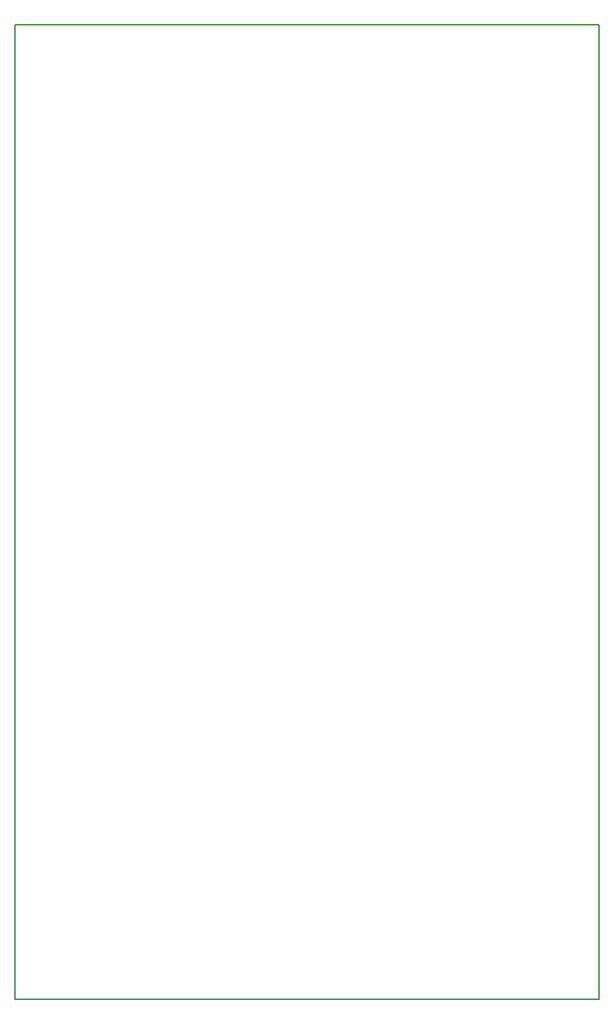
<source format=gbr>
G04 #@! TF.GenerationSoftware,KiCad,Pcbnew,5.0.2+dfsg1-1*
G04 #@! TF.CreationDate,2019-12-18T15:50:13+01:00*
G04 #@! TF.ProjectId,gausskanone,67617573-736b-4616-9e6f-6e652e6b6963,rev?*
G04 #@! TF.SameCoordinates,Original*
G04 #@! TF.FileFunction,Profile,NP*
%FSLAX46Y46*%
G04 Gerber Fmt 4.6, Leading zero omitted, Abs format (unit mm)*
G04 Created by KiCad (PCBNEW 5.0.2+dfsg1-1) date Mi 18 Dez 2019 15:50:13 CET*
%MOMM*%
%LPD*%
G01*
G04 APERTURE LIST*
%ADD10C,0.150000*%
G04 APERTURE END LIST*
D10*
X86125000Y-146375000D02*
X86125000Y-36375000D01*
X152125000Y-146375000D02*
X86125000Y-146375000D01*
X152125000Y-36375000D02*
X152125000Y-146375000D01*
X86125000Y-36375000D02*
X152125000Y-36375000D01*
M02*

</source>
